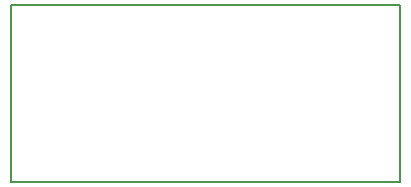
<source format=gm1>
G04 Layer_Color=16711935*
%FSLAX25Y25*%
%MOIN*%
G70*
G01*
G75*
%ADD25C,0.00500*%
D25*
X-0Y-0D02*
Y59055D01*
X129921D01*
Y-0D02*
Y59055D01*
X-0Y-0D02*
X129921D01*
M02*

</source>
